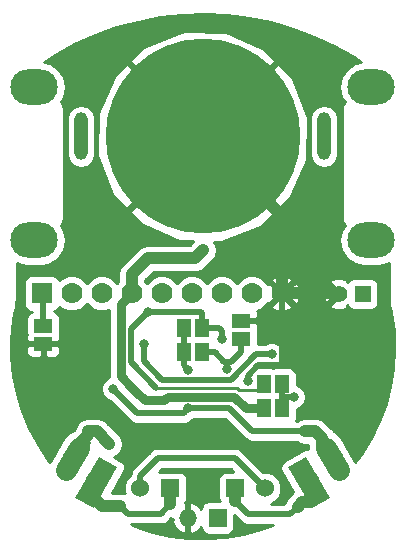
<source format=gbr>
G04 #@! TF.GenerationSoftware,KiCad,Pcbnew,5.0.0-rc2-dev-unknown-6866c0c~65~ubuntu18.04.1*
G04 #@! TF.CreationDate,2018-05-11T09:14:04+03:00*
G04 #@! TF.ProjectId,MiniBot_RevA,4D696E69426F745F526576412E6B6963,rev?*
G04 #@! TF.SameCoordinates,Original*
G04 #@! TF.FileFunction,Copper,L2,Bot,Signal*
G04 #@! TF.FilePolarity,Positive*
%FSLAX46Y46*%
G04 Gerber Fmt 4.6, Leading zero omitted, Abs format (unit mm)*
G04 Created by KiCad (PCBNEW 5.0.0-rc2-dev-unknown-6866c0c~65~ubuntu18.04.1) date Fri May 11 09:14:04 2018*
%MOMM*%
%LPD*%
G01*
G04 APERTURE LIST*
%ADD10R,1.168400X1.600200*%
%ADD11O,1.524000X1.524000*%
%ADD12R,1.524000X1.524000*%
%ADD13C,1.524000*%
%ADD14O,1.110000X4.060000*%
%ADD15C,16.500000*%
%ADD16C,1.778000*%
%ADD17R,1.778000X1.778000*%
%ADD18C,1.800000*%
%ADD19C,1.800000*%
%ADD20O,4.000000X3.000000*%
%ADD21C,0.100000*%
%ADD22R,1.400000X1.400000*%
%ADD23C,1.400000*%
%ADD24R,1.600200X1.168400*%
%ADD25C,0.800000*%
%ADD26C,1.016000*%
%ADD27C,0.762000*%
%ADD28C,0.508000*%
%ADD29C,0.254000*%
G04 APERTURE END LIST*
D10*
X98408600Y-57453600D03*
X99932600Y-57453600D03*
X99932600Y-57453600D03*
D11*
X98730000Y-71500000D03*
D12*
X101270000Y-71500000D03*
X102730000Y-69000000D03*
D13*
X105270000Y-69000000D03*
D12*
X97270000Y-69000000D03*
D13*
X94730000Y-69000000D03*
D14*
X89713000Y-39200000D03*
D15*
X100000000Y-39200000D03*
D14*
X110287000Y-39200000D03*
D16*
X106700000Y-52500000D03*
X101620000Y-52500000D03*
X104160000Y-52500000D03*
X99080000Y-52500000D03*
X96540000Y-52500000D03*
D17*
X86380000Y-52500000D03*
D16*
X88920000Y-52500000D03*
X91460000Y-52500000D03*
X94000000Y-52500000D03*
D18*
X89000000Y-66500000D03*
D19*
X89550000Y-65547372D02*
X88450000Y-67452628D01*
D20*
X85750000Y-35000000D03*
X114250000Y-35000000D03*
X114250000Y-48000000D03*
D18*
X109000000Y-68500000D03*
D21*
G36*
X107220577Y-67217949D02*
X108779423Y-66317949D01*
X110779423Y-69782051D01*
X109220577Y-70682051D01*
X107220577Y-67217949D01*
X107220577Y-67217949D01*
G37*
D18*
X91000000Y-68500000D03*
D21*
G36*
X91220577Y-66317949D02*
X92779423Y-67217949D01*
X90779423Y-70682051D01*
X89220577Y-69782051D01*
X91220577Y-66317949D01*
X91220577Y-66317949D01*
G37*
D18*
X111000000Y-66500000D03*
D19*
X110450000Y-65547372D02*
X111550000Y-67452628D01*
D22*
X113528700Y-52535680D03*
D23*
X111499240Y-52538220D03*
D10*
X99932600Y-55421600D03*
X99932600Y-55421600D03*
X98408600Y-55421600D03*
D24*
X86500000Y-55238000D03*
X86500000Y-56762000D03*
X86500000Y-56762000D03*
D20*
X85750000Y-48000000D03*
D24*
X103260000Y-56336000D03*
X103260000Y-56336000D03*
X103260000Y-54812000D03*
D10*
X105190400Y-60196800D03*
X106714400Y-60196800D03*
X106714400Y-60196800D03*
X106739800Y-62228800D03*
X106739800Y-62228800D03*
X105215800Y-62228800D03*
D25*
X94370000Y-60806400D03*
X100059600Y-48843000D03*
X96757600Y-61517600D03*
X103006000Y-35571500D03*
X100000000Y-39200000D03*
X99005500Y-35635000D03*
X88451800Y-61924000D03*
X103793400Y-59917400D03*
X98751351Y-64845278D03*
X95020800Y-56791930D03*
X105825400Y-57656800D03*
X101627000Y-56365000D03*
X95335200Y-54075400D03*
X102015402Y-58926800D03*
X98789600Y-58952201D03*
X92414200Y-60577800D03*
X92084000Y-65226000D03*
X98789600Y-62219210D03*
X107730400Y-61263600D03*
D26*
X94000000Y-50889400D02*
X94000000Y-52500000D01*
X95360600Y-49528800D02*
X94000000Y-50889400D01*
X100059600Y-48843000D02*
X99373800Y-49528800D01*
X99373800Y-49528800D02*
X95360600Y-49528800D01*
D27*
X93970001Y-60406401D02*
X94370000Y-60806400D01*
X93074600Y-59511000D02*
X93970001Y-60406401D01*
X94000000Y-52500000D02*
X93074600Y-53425400D01*
X93074600Y-53425400D02*
X93074600Y-59511000D01*
X95081200Y-61517600D02*
X94370000Y-60806400D01*
X96757600Y-61517600D02*
X95081200Y-61517600D01*
X102639287Y-61238200D02*
X97037000Y-61238200D01*
X105215800Y-62228800D02*
X103629887Y-62228800D01*
X97037000Y-61238200D02*
X96757600Y-61517600D01*
X103629887Y-62228800D02*
X102639287Y-61238200D01*
D26*
X111461020Y-52500000D02*
X111499240Y-52538220D01*
X106700000Y-52500000D02*
X111461020Y-52500000D01*
X106700000Y-45900000D02*
X100000000Y-39200000D01*
X106700000Y-52500000D02*
X106700000Y-45900000D01*
D28*
X103260000Y-54812000D02*
X106700000Y-54812000D01*
X106700000Y-52500000D02*
X106700000Y-54812000D01*
X88344400Y-56762000D02*
X88426400Y-56844000D01*
X86500000Y-56762000D02*
X88344400Y-56762000D01*
X88426400Y-56844000D02*
X88426400Y-58472500D01*
X90636400Y-48563600D02*
X100000000Y-39200000D01*
X84864600Y-56762000D02*
X84413200Y-56310600D01*
X86500000Y-56762000D02*
X84864600Y-56762000D01*
X84413200Y-56310600D02*
X84413200Y-51078200D01*
X84413200Y-51078200D02*
X85022800Y-50468600D01*
X85022800Y-50468600D02*
X88731400Y-50468600D01*
X88731400Y-50468600D02*
X90636400Y-48563600D01*
X103793400Y-59511000D02*
X103793400Y-59917400D01*
X104707800Y-58596600D02*
X103793400Y-59511000D01*
X106700000Y-54812000D02*
X106700000Y-58357000D01*
X106460400Y-58596600D02*
X104707800Y-58596600D01*
X106700000Y-58357000D02*
X106460400Y-58596600D01*
X86500000Y-52620000D02*
X86380000Y-52500000D01*
X86500000Y-55238000D02*
X86500000Y-52620000D01*
X93531800Y-71031800D02*
X93009200Y-70509200D01*
X93531800Y-71042600D02*
X93531800Y-71031800D01*
X93633400Y-71144200D02*
X93531800Y-71042600D01*
X96478200Y-71144200D02*
X93633400Y-71144200D01*
X97270000Y-70352400D02*
X96478200Y-71144200D01*
D26*
X97270000Y-69000000D02*
X97270000Y-70352400D01*
X91000000Y-68824600D02*
X91000000Y-68500000D01*
X90864800Y-69874200D02*
X90864800Y-68959800D01*
X93009200Y-70509200D02*
X91499800Y-70509200D01*
X90864800Y-68959800D02*
X91000000Y-68824600D01*
X91499800Y-70509200D02*
X90864800Y-69874200D01*
D28*
X105259715Y-57656800D02*
X105825400Y-57656800D01*
X104549322Y-57656800D02*
X105259715Y-57656800D01*
X96570201Y-59806201D02*
X102399921Y-59806201D01*
X102399921Y-59806201D02*
X104549322Y-57656800D01*
X95020800Y-56791930D02*
X95020800Y-58256800D01*
X95020800Y-58256800D02*
X96570201Y-59806201D01*
X103844200Y-71195000D02*
X102730000Y-70080800D01*
X108035200Y-70560000D02*
X107400200Y-71195000D01*
X107400200Y-71195000D02*
X103844200Y-71195000D01*
D26*
X102730000Y-69000000D02*
X102730000Y-70080800D01*
X108416200Y-70179000D02*
X108035200Y-70560000D01*
X109051200Y-70179000D02*
X108416200Y-70179000D01*
X109000000Y-68500000D02*
X109051200Y-68551200D01*
X109051200Y-68551200D02*
X109051200Y-70179000D01*
D28*
X101604000Y-56388000D02*
X101627000Y-56365000D01*
X101627000Y-55693600D02*
X101627000Y-56365000D01*
X101355000Y-55421600D02*
X99932600Y-55421600D01*
X101627000Y-55693600D02*
X101355000Y-55421600D01*
X99894500Y-54075400D02*
X99932600Y-54113500D01*
X99932600Y-54113500D02*
X99932600Y-55421600D01*
X95335200Y-54075400D02*
X99894500Y-54075400D01*
X93909610Y-55500990D02*
X93909610Y-58314010D01*
X95335200Y-54075400D02*
X93909610Y-55500990D01*
X93909610Y-58314010D02*
X96071800Y-60476200D01*
D29*
X104742799Y-60644401D02*
X105190400Y-60196800D01*
X103046765Y-60644401D02*
X104742799Y-60644401D01*
X102878564Y-60476200D02*
X103046765Y-60644401D01*
X96071800Y-60476200D02*
X102878564Y-60476200D01*
D28*
X103260000Y-57428200D02*
X103260000Y-56336000D01*
X102415401Y-58272799D02*
X103260000Y-57428200D01*
X101843999Y-58272799D02*
X102415401Y-58272799D01*
X101024800Y-57453600D02*
X101843999Y-58272799D01*
X99932600Y-57453600D02*
X101024800Y-57453600D01*
X102040800Y-58901402D02*
X102040800Y-58266400D01*
X102015402Y-58926800D02*
X102040800Y-58901402D01*
X90299400Y-65200600D02*
X89000000Y-66500000D01*
X98408600Y-55421600D02*
X98408600Y-57453600D01*
X98408600Y-57453600D02*
X98408600Y-58571201D01*
X98408600Y-58571201D02*
X98789600Y-58952201D01*
D26*
X91042600Y-64184600D02*
X92084000Y-65226000D01*
X90306000Y-64184600D02*
X91042600Y-64184600D01*
X90306000Y-64464000D02*
X90306000Y-64184600D01*
X89000000Y-66500000D02*
X89000000Y-65770000D01*
X89000000Y-65770000D02*
X90306000Y-64464000D01*
X109544800Y-64170200D02*
X108670200Y-64170200D01*
X111000000Y-66500000D02*
X110118000Y-65618000D01*
X110118000Y-64743400D02*
X109544800Y-64170200D01*
X110118000Y-65618000D02*
X110118000Y-64743400D01*
D28*
X108670200Y-64170200D02*
X104210800Y-64170200D01*
X99355285Y-62219210D02*
X98789600Y-62219210D01*
X94455609Y-62619209D02*
X98389601Y-62619209D01*
X98389601Y-62619209D02*
X98789600Y-62219210D01*
X92414200Y-60577800D02*
X94455609Y-62619209D01*
X104210800Y-64170200D02*
X102259810Y-62219210D01*
X102259810Y-62219210D02*
X99355285Y-62219210D01*
X106714400Y-62203400D02*
X106739800Y-62228800D01*
X94730000Y-67922370D02*
X96198800Y-66453570D01*
X94730000Y-69000000D02*
X94730000Y-67922370D01*
X102723570Y-66453570D02*
X105270000Y-69000000D01*
X96198800Y-66453570D02*
X102723570Y-66453570D01*
X107730400Y-61263600D02*
X106714400Y-61263600D01*
X106714400Y-60196800D02*
X106714400Y-61263600D01*
X106714400Y-61263600D02*
X106714400Y-62203400D01*
D29*
G36*
X102603325Y-67590560D02*
X101968000Y-67590560D01*
X101720235Y-67639843D01*
X101510191Y-67780191D01*
X101369843Y-67990235D01*
X101320560Y-68238000D01*
X101320560Y-69762000D01*
X101369843Y-70009765D01*
X101423829Y-70090560D01*
X100508000Y-70090560D01*
X100260235Y-70139843D01*
X100050191Y-70280191D01*
X99909843Y-70490235D01*
X99865484Y-70713244D01*
X99565199Y-70380142D01*
X99073072Y-70145769D01*
X98857000Y-70267524D01*
X98857000Y-71373000D01*
X98877000Y-71373000D01*
X98877000Y-71627000D01*
X98857000Y-71627000D01*
X98857000Y-72732476D01*
X99073072Y-72854231D01*
X99565199Y-72619858D01*
X99865484Y-72286756D01*
X99909843Y-72509765D01*
X100050191Y-72719809D01*
X100260235Y-72860157D01*
X100508000Y-72909440D01*
X102032000Y-72909440D01*
X102279765Y-72860157D01*
X102489809Y-72719809D01*
X102630157Y-72509765D01*
X102679440Y-72262000D01*
X102679440Y-71287476D01*
X103153671Y-71761706D01*
X103203267Y-71835933D01*
X103497330Y-72032419D01*
X103756644Y-72084000D01*
X103756645Y-72084000D01*
X103844200Y-72101416D01*
X103931755Y-72084000D01*
X105951801Y-72084000D01*
X104930591Y-72464475D01*
X103425692Y-72865854D01*
X101889243Y-73121150D01*
X100335400Y-73228008D01*
X98778480Y-73185444D01*
X97232792Y-72993851D01*
X95712591Y-72654994D01*
X94231858Y-72171989D01*
X93913667Y-72033200D01*
X96390645Y-72033200D01*
X96478200Y-72050616D01*
X96565755Y-72033200D01*
X96565756Y-72033200D01*
X96825070Y-71981619D01*
X97119133Y-71785133D01*
X97168731Y-71710904D01*
X97333000Y-71546635D01*
X97333000Y-71627002D01*
X97498279Y-71627002D01*
X97375780Y-71843070D01*
X97529826Y-72214997D01*
X97894801Y-72619858D01*
X98386928Y-72854231D01*
X98603000Y-72732476D01*
X98603000Y-71627000D01*
X98583000Y-71627000D01*
X98583000Y-71373000D01*
X98603000Y-71373000D01*
X98603000Y-70267524D01*
X98497608Y-70208137D01*
X98630157Y-70009765D01*
X98679440Y-69762000D01*
X98679440Y-68238000D01*
X98630157Y-67990235D01*
X98489809Y-67780191D01*
X98279765Y-67639843D01*
X98032000Y-67590560D01*
X96508000Y-67590560D01*
X96272128Y-67637477D01*
X96567036Y-67342570D01*
X102355335Y-67342570D01*
X102603325Y-67590560D01*
X102603325Y-67590560D01*
G37*
X102603325Y-67590560D02*
X101968000Y-67590560D01*
X101720235Y-67639843D01*
X101510191Y-67780191D01*
X101369843Y-67990235D01*
X101320560Y-68238000D01*
X101320560Y-69762000D01*
X101369843Y-70009765D01*
X101423829Y-70090560D01*
X100508000Y-70090560D01*
X100260235Y-70139843D01*
X100050191Y-70280191D01*
X99909843Y-70490235D01*
X99865484Y-70713244D01*
X99565199Y-70380142D01*
X99073072Y-70145769D01*
X98857000Y-70267524D01*
X98857000Y-71373000D01*
X98877000Y-71373000D01*
X98877000Y-71627000D01*
X98857000Y-71627000D01*
X98857000Y-72732476D01*
X99073072Y-72854231D01*
X99565199Y-72619858D01*
X99865484Y-72286756D01*
X99909843Y-72509765D01*
X100050191Y-72719809D01*
X100260235Y-72860157D01*
X100508000Y-72909440D01*
X102032000Y-72909440D01*
X102279765Y-72860157D01*
X102489809Y-72719809D01*
X102630157Y-72509765D01*
X102679440Y-72262000D01*
X102679440Y-71287476D01*
X103153671Y-71761706D01*
X103203267Y-71835933D01*
X103497330Y-72032419D01*
X103756644Y-72084000D01*
X103756645Y-72084000D01*
X103844200Y-72101416D01*
X103931755Y-72084000D01*
X105951801Y-72084000D01*
X104930591Y-72464475D01*
X103425692Y-72865854D01*
X101889243Y-73121150D01*
X100335400Y-73228008D01*
X98778480Y-73185444D01*
X97232792Y-72993851D01*
X95712591Y-72654994D01*
X94231858Y-72171989D01*
X93913667Y-72033200D01*
X96390645Y-72033200D01*
X96478200Y-72050616D01*
X96565755Y-72033200D01*
X96565756Y-72033200D01*
X96825070Y-71981619D01*
X97119133Y-71785133D01*
X97168731Y-71710904D01*
X97333000Y-71546635D01*
X97333000Y-71627002D01*
X97498279Y-71627002D01*
X97375780Y-71843070D01*
X97529826Y-72214997D01*
X97894801Y-72619858D01*
X98386928Y-72854231D01*
X98603000Y-72732476D01*
X98603000Y-71627000D01*
X98583000Y-71627000D01*
X98583000Y-71373000D01*
X98603000Y-71373000D01*
X98603000Y-70267524D01*
X98497608Y-70208137D01*
X98630157Y-70009765D01*
X98679440Y-69762000D01*
X98679440Y-68238000D01*
X98630157Y-67990235D01*
X98489809Y-67780191D01*
X98279765Y-67639843D01*
X98032000Y-67590560D01*
X96508000Y-67590560D01*
X96272128Y-67637477D01*
X96567036Y-67342570D01*
X102355335Y-67342570D01*
X102603325Y-67590560D01*
G36*
X102060364Y-28925088D02*
X103950748Y-29161264D01*
X105816775Y-29545031D01*
X107646961Y-30074027D01*
X109429976Y-30744978D01*
X111154870Y-31553762D01*
X112810979Y-32495382D01*
X113398051Y-32893180D01*
X112916964Y-32988874D01*
X112210751Y-33460751D01*
X111738874Y-34166964D01*
X111573173Y-35000000D01*
X111738874Y-35833036D01*
X112022424Y-36257398D01*
X111926932Y-36400311D01*
X111926931Y-36400314D01*
X111926930Y-36400315D01*
X111905087Y-36453048D01*
X111817184Y-36665263D01*
X111817184Y-36665265D01*
X111817183Y-36665267D01*
X111779559Y-36854419D01*
X111765000Y-36927613D01*
X111765001Y-46072388D01*
X111779123Y-46143384D01*
X111779123Y-46143390D01*
X111817183Y-46334733D01*
X111817184Y-46334735D01*
X111817184Y-46334737D01*
X111870384Y-46463171D01*
X111923797Y-46592120D01*
X111926932Y-46599689D01*
X112022424Y-46742602D01*
X111738874Y-47166964D01*
X111573173Y-48000000D01*
X111738874Y-48833036D01*
X112210751Y-49539249D01*
X112916964Y-50011126D01*
X113539721Y-50135000D01*
X114960279Y-50135000D01*
X115583036Y-50011126D01*
X115761215Y-49892070D01*
X115755068Y-52965521D01*
X115754744Y-52967407D01*
X115755033Y-52983037D01*
X115754857Y-53070917D01*
X115759134Y-53092647D01*
X115789428Y-53464422D01*
X115795589Y-53493762D01*
X115796696Y-53523719D01*
X115817328Y-53613686D01*
X115979896Y-54161918D01*
X116177264Y-55674530D01*
X116229827Y-57231146D01*
X116132953Y-58785648D01*
X115887534Y-60323700D01*
X115495828Y-61831153D01*
X114961442Y-63294122D01*
X114289297Y-64699138D01*
X113485581Y-66033261D01*
X112933059Y-66778157D01*
X111703758Y-64648945D01*
X111402755Y-64305718D01*
X111100691Y-64156756D01*
X110942057Y-63919343D01*
X110846618Y-63855573D01*
X110432627Y-63441582D01*
X110368857Y-63346143D01*
X109990776Y-63093518D01*
X109657372Y-63027200D01*
X109657371Y-63027200D01*
X109544800Y-63004808D01*
X109432229Y-63027200D01*
X108557628Y-63027200D01*
X108224224Y-63093518D01*
X107943337Y-63281200D01*
X107919127Y-63281200D01*
X107922157Y-63276665D01*
X107971440Y-63028900D01*
X107971440Y-62284034D01*
X108316680Y-62141031D01*
X108607831Y-61849880D01*
X108765400Y-61469474D01*
X108765400Y-61057726D01*
X108607831Y-60677320D01*
X108316680Y-60386169D01*
X107946040Y-60232645D01*
X107946040Y-59396700D01*
X107896757Y-59148935D01*
X107756409Y-58938891D01*
X107546365Y-58798543D01*
X107298600Y-58749260D01*
X106130200Y-58749260D01*
X105952400Y-58784626D01*
X105774600Y-58749260D01*
X104714098Y-58749260D01*
X104917558Y-58545800D01*
X105267050Y-58545800D01*
X105619526Y-58691800D01*
X106031274Y-58691800D01*
X106411680Y-58534231D01*
X106702831Y-58243080D01*
X106860400Y-57862674D01*
X106860400Y-57450926D01*
X106702831Y-57070520D01*
X106411680Y-56779369D01*
X106031274Y-56621800D01*
X105619526Y-56621800D01*
X105267050Y-56767800D01*
X104707540Y-56767800D01*
X104707540Y-55751800D01*
X104672692Y-55576606D01*
X104695100Y-55522509D01*
X104695100Y-55097750D01*
X104536350Y-54939000D01*
X103387000Y-54939000D01*
X103387000Y-54959000D01*
X103133000Y-54959000D01*
X103133000Y-54939000D01*
X103113000Y-54939000D01*
X103113000Y-54685000D01*
X103133000Y-54685000D01*
X103133000Y-54665000D01*
X103387000Y-54665000D01*
X103387000Y-54685000D01*
X104536350Y-54685000D01*
X104695100Y-54526250D01*
X104695100Y-54101491D01*
X104633733Y-53953339D01*
X105023277Y-53791985D01*
X105243066Y-53572196D01*
X105807409Y-53572196D01*
X105892467Y-53827539D01*
X106461965Y-54035516D01*
X107067700Y-54009723D01*
X107507533Y-53827539D01*
X107592591Y-53572196D01*
X106700000Y-52679605D01*
X105807409Y-53572196D01*
X105243066Y-53572196D01*
X105451985Y-53363277D01*
X105462633Y-53337570D01*
X105627804Y-53392591D01*
X106520395Y-52500000D01*
X106879605Y-52500000D01*
X107772196Y-53392591D01*
X108027539Y-53307533D01*
X108235516Y-52738035D01*
X108218795Y-52345342D01*
X110151821Y-52345342D01*
X110180576Y-52875660D01*
X110328198Y-53232051D01*
X110563965Y-53293889D01*
X111319635Y-52538220D01*
X110563965Y-51782551D01*
X110328198Y-51844389D01*
X110151821Y-52345342D01*
X108218795Y-52345342D01*
X108209723Y-52132300D01*
X108027539Y-51692467D01*
X107772196Y-51607409D01*
X106879605Y-52500000D01*
X106520395Y-52500000D01*
X105627804Y-51607409D01*
X105462633Y-51662430D01*
X105451985Y-51636723D01*
X105243066Y-51427804D01*
X105807409Y-51427804D01*
X106700000Y-52320395D01*
X107417450Y-51602945D01*
X110743571Y-51602945D01*
X111499240Y-52358615D01*
X111513382Y-52344472D01*
X111692988Y-52524078D01*
X111678845Y-52538220D01*
X111692988Y-52552362D01*
X111513382Y-52731968D01*
X111499240Y-52717825D01*
X110743571Y-53473495D01*
X110805409Y-53709262D01*
X111306362Y-53885639D01*
X111836680Y-53856884D01*
X112193071Y-53709262D01*
X112246167Y-53506827D01*
X112370891Y-53693489D01*
X112580935Y-53833837D01*
X112828700Y-53883120D01*
X114228700Y-53883120D01*
X114476465Y-53833837D01*
X114686509Y-53693489D01*
X114826857Y-53483445D01*
X114876140Y-53235680D01*
X114876140Y-51835680D01*
X114826857Y-51587915D01*
X114686509Y-51377871D01*
X114476465Y-51237523D01*
X114228700Y-51188240D01*
X112828700Y-51188240D01*
X112580935Y-51237523D01*
X112370891Y-51377871D01*
X112245210Y-51565965D01*
X112193071Y-51367178D01*
X111692118Y-51190801D01*
X111161800Y-51219556D01*
X110805409Y-51367178D01*
X110743571Y-51602945D01*
X107417450Y-51602945D01*
X107592591Y-51427804D01*
X107507533Y-51172461D01*
X106938035Y-50964484D01*
X106332300Y-50990277D01*
X105892467Y-51172461D01*
X105807409Y-51427804D01*
X105243066Y-51427804D01*
X105023277Y-51208015D01*
X104463142Y-50976000D01*
X103856858Y-50976000D01*
X103296723Y-51208015D01*
X102890000Y-51614738D01*
X102483277Y-51208015D01*
X101923142Y-50976000D01*
X101316858Y-50976000D01*
X100756723Y-51208015D01*
X100350000Y-51614738D01*
X99943277Y-51208015D01*
X99383142Y-50976000D01*
X98776858Y-50976000D01*
X98216723Y-51208015D01*
X97810000Y-51614738D01*
X97403277Y-51208015D01*
X96843142Y-50976000D01*
X96236858Y-50976000D01*
X95676723Y-51208015D01*
X95270000Y-51614738D01*
X95143000Y-51487738D01*
X95143000Y-51362845D01*
X95834046Y-50671800D01*
X99261229Y-50671800D01*
X99373800Y-50694192D01*
X99486371Y-50671800D01*
X99486372Y-50671800D01*
X99819776Y-50605482D01*
X100197857Y-50352857D01*
X100261627Y-50257418D01*
X100947423Y-49571622D01*
X101136282Y-49288977D01*
X101224992Y-48843000D01*
X101136282Y-48397024D01*
X100945645Y-48111716D01*
X101542446Y-48126789D01*
X104841168Y-46857009D01*
X105221518Y-46602868D01*
X106203031Y-45582636D01*
X100000000Y-39379605D01*
X93796969Y-45582636D01*
X94778482Y-46602868D01*
X98008900Y-48037546D01*
X99218070Y-48068085D01*
X98900355Y-48385800D01*
X95473171Y-48385800D01*
X95360600Y-48363408D01*
X95248029Y-48385800D01*
X95248028Y-48385800D01*
X94914624Y-48452118D01*
X94536543Y-48704743D01*
X94472776Y-48800178D01*
X93271382Y-50001573D01*
X93175943Y-50065343D01*
X92923318Y-50443425D01*
X92858561Y-50768982D01*
X92834608Y-50889400D01*
X92857000Y-51001971D01*
X92857000Y-51487738D01*
X92730000Y-51614738D01*
X92323277Y-51208015D01*
X91763142Y-50976000D01*
X91156858Y-50976000D01*
X90596723Y-51208015D01*
X90190000Y-51614738D01*
X89783277Y-51208015D01*
X89223142Y-50976000D01*
X88616858Y-50976000D01*
X88056723Y-51208015D01*
X87872855Y-51391883D01*
X87867157Y-51363235D01*
X87726809Y-51153191D01*
X87516765Y-51012843D01*
X87269000Y-50963560D01*
X85491000Y-50963560D01*
X85243235Y-51012843D01*
X85033191Y-51153191D01*
X84892843Y-51363235D01*
X84843560Y-51611000D01*
X84843560Y-53389000D01*
X84892843Y-53636765D01*
X85033191Y-53846809D01*
X85243235Y-53987157D01*
X85491000Y-54036440D01*
X85548676Y-54036440D01*
X85452135Y-54055643D01*
X85242091Y-54195991D01*
X85101743Y-54406035D01*
X85052460Y-54653800D01*
X85052460Y-55822200D01*
X85087308Y-55997394D01*
X85064900Y-56051491D01*
X85064900Y-56476250D01*
X85223650Y-56635000D01*
X86373000Y-56635000D01*
X86373000Y-56615000D01*
X86627000Y-56615000D01*
X86627000Y-56635000D01*
X87776350Y-56635000D01*
X87935100Y-56476250D01*
X87935100Y-56051491D01*
X87912692Y-55997394D01*
X87947540Y-55822200D01*
X87947540Y-54653800D01*
X87898257Y-54406035D01*
X87757909Y-54195991D01*
X87547865Y-54055643D01*
X87389000Y-54024043D01*
X87389000Y-54012571D01*
X87516765Y-53987157D01*
X87726809Y-53846809D01*
X87867157Y-53636765D01*
X87872855Y-53608117D01*
X88056723Y-53791985D01*
X88616858Y-54024000D01*
X89223142Y-54024000D01*
X89783277Y-53791985D01*
X90190000Y-53385262D01*
X90596723Y-53791985D01*
X91156858Y-54024000D01*
X91763142Y-54024000D01*
X92058600Y-53901618D01*
X92058601Y-59410932D01*
X92038696Y-59511000D01*
X92057452Y-59605294D01*
X91827920Y-59700369D01*
X91536769Y-59991520D01*
X91379200Y-60371926D01*
X91379200Y-60783674D01*
X91536769Y-61164080D01*
X91827920Y-61455231D01*
X92180396Y-61601231D01*
X93765080Y-63185916D01*
X93814676Y-63260142D01*
X94108739Y-63456628D01*
X94368053Y-63508209D01*
X94368057Y-63508209D01*
X94455608Y-63525624D01*
X94543159Y-63508209D01*
X98302046Y-63508209D01*
X98389601Y-63525625D01*
X98477156Y-63508209D01*
X98477157Y-63508209D01*
X98736471Y-63456628D01*
X99030534Y-63260142D01*
X99049431Y-63231860D01*
X99347950Y-63108210D01*
X101891575Y-63108210D01*
X103520271Y-64736907D01*
X103569867Y-64811133D01*
X103644093Y-64860729D01*
X103863929Y-65007619D01*
X104210800Y-65076616D01*
X104298356Y-65059200D01*
X107943337Y-65059200D01*
X108224224Y-65246882D01*
X108557628Y-65313200D01*
X108927056Y-65313200D01*
X108902382Y-65689646D01*
X108694915Y-65676048D01*
X108455703Y-65757249D01*
X106896857Y-66657249D01*
X106706928Y-66823812D01*
X106595198Y-67050379D01*
X106578676Y-67302457D01*
X106659877Y-67541669D01*
X107674861Y-69299673D01*
X107592143Y-69354943D01*
X107528373Y-69450382D01*
X107147377Y-69831378D01*
X106958519Y-70114024D01*
X106920332Y-70306000D01*
X105767575Y-70306000D01*
X106061337Y-70184320D01*
X106454320Y-69791337D01*
X106667000Y-69277881D01*
X106667000Y-68722119D01*
X106454320Y-68208663D01*
X106061337Y-67815680D01*
X105547881Y-67603000D01*
X105130236Y-67603000D01*
X103414101Y-65886866D01*
X103364503Y-65812637D01*
X103070440Y-65616151D01*
X102811126Y-65564570D01*
X102811125Y-65564570D01*
X102723570Y-65547154D01*
X102636015Y-65564570D01*
X96286355Y-65564570D01*
X96198800Y-65547154D01*
X96111245Y-65564570D01*
X96111244Y-65564570D01*
X95851930Y-65616151D01*
X95557867Y-65812637D01*
X95508271Y-65886863D01*
X94163294Y-67231841D01*
X94089068Y-67281437D01*
X94039472Y-67355663D01*
X94039471Y-67355664D01*
X93892582Y-67575500D01*
X93823584Y-67922370D01*
X93824976Y-67929367D01*
X93545680Y-68208663D01*
X93333000Y-68722119D01*
X93333000Y-69277881D01*
X93391834Y-69419918D01*
X93121772Y-69366200D01*
X92286730Y-69366200D01*
X93340123Y-67541669D01*
X93421324Y-67302457D01*
X93404802Y-67050379D01*
X93293072Y-66823812D01*
X93103143Y-66657249D01*
X92499510Y-66308741D01*
X92529976Y-66302681D01*
X92908056Y-66050056D01*
X93160681Y-65671976D01*
X93249392Y-65225999D01*
X93160681Y-64780023D01*
X92971823Y-64497377D01*
X91930427Y-63455982D01*
X91866657Y-63360543D01*
X91488576Y-63107918D01*
X91155172Y-63041600D01*
X91155171Y-63041600D01*
X91042600Y-63019208D01*
X90930029Y-63041600D01*
X90418572Y-63041600D01*
X90306000Y-63019208D01*
X90193428Y-63041600D01*
X89860024Y-63107918D01*
X89481943Y-63360543D01*
X89229318Y-63738624D01*
X89183230Y-63970324D01*
X89091652Y-64061902D01*
X88597244Y-64305718D01*
X88296242Y-64648945D01*
X87062814Y-66785305D01*
X86899176Y-66582752D01*
X86041023Y-65282975D01*
X85311399Y-63906930D01*
X84717020Y-62467288D01*
X84263365Y-60977314D01*
X83954605Y-59450717D01*
X83793584Y-57901545D01*
X83787116Y-57047750D01*
X85064900Y-57047750D01*
X85064900Y-57472509D01*
X85161573Y-57705898D01*
X85340201Y-57884527D01*
X85573590Y-57981200D01*
X86214250Y-57981200D01*
X86373000Y-57822450D01*
X86373000Y-56889000D01*
X86627000Y-56889000D01*
X86627000Y-57822450D01*
X86785750Y-57981200D01*
X87426410Y-57981200D01*
X87659799Y-57884527D01*
X87838427Y-57705898D01*
X87935100Y-57472509D01*
X87935100Y-57047750D01*
X87776350Y-56889000D01*
X86627000Y-56889000D01*
X86373000Y-56889000D01*
X85223650Y-56889000D01*
X85064900Y-57047750D01*
X83787116Y-57047750D01*
X83781785Y-56344082D01*
X83920206Y-54782633D01*
X84015943Y-54178174D01*
X84123973Y-53863540D01*
X84129937Y-53834868D01*
X84140717Y-53807640D01*
X84158013Y-53716973D01*
X84233368Y-53120479D01*
X84242456Y-53074435D01*
X84237779Y-49891398D01*
X84416964Y-50011126D01*
X85039721Y-50135000D01*
X86460279Y-50135000D01*
X87083036Y-50011126D01*
X87789249Y-49539249D01*
X88261126Y-48833036D01*
X88426827Y-48000000D01*
X88261126Y-47166964D01*
X87977576Y-46742602D01*
X88073068Y-46599689D01*
X88076204Y-46592120D01*
X88129616Y-46463171D01*
X88182816Y-46334737D01*
X88182816Y-46334734D01*
X88182817Y-46334732D01*
X88220877Y-46143390D01*
X88220877Y-46143389D01*
X88235000Y-46072388D01*
X88235000Y-37607799D01*
X88523000Y-37607799D01*
X88523001Y-40792202D01*
X88592046Y-41139315D01*
X88855059Y-41532942D01*
X89248686Y-41795955D01*
X89713000Y-41888313D01*
X90177315Y-41795955D01*
X90570942Y-41532942D01*
X90833955Y-41139315D01*
X90903000Y-40792202D01*
X90903000Y-40742446D01*
X91073211Y-40742446D01*
X92342991Y-44041168D01*
X92597132Y-44421518D01*
X93617364Y-45403031D01*
X99820395Y-39200000D01*
X100179605Y-39200000D01*
X106382636Y-45403031D01*
X107402868Y-44421518D01*
X108837546Y-41191100D01*
X108926789Y-37657554D01*
X108907637Y-37607799D01*
X109097000Y-37607799D01*
X109097001Y-40792202D01*
X109166046Y-41139315D01*
X109429059Y-41532942D01*
X109822686Y-41795955D01*
X110287000Y-41888313D01*
X110751315Y-41795955D01*
X111144942Y-41532942D01*
X111407955Y-41139315D01*
X111477000Y-40792202D01*
X111477000Y-37607798D01*
X111407955Y-37260685D01*
X111144942Y-36867058D01*
X110751314Y-36604045D01*
X110287000Y-36511687D01*
X109822685Y-36604045D01*
X109429058Y-36867058D01*
X109166045Y-37260686D01*
X109097000Y-37607799D01*
X108907637Y-37607799D01*
X107657009Y-34358832D01*
X107402868Y-33978482D01*
X106382636Y-32996969D01*
X100179605Y-39200000D01*
X99820395Y-39200000D01*
X93617364Y-32996969D01*
X92597132Y-33978482D01*
X91162454Y-37208900D01*
X91073211Y-40742446D01*
X90903000Y-40742446D01*
X90903000Y-37607798D01*
X90833955Y-37260685D01*
X90570942Y-36867058D01*
X90177314Y-36604045D01*
X89713000Y-36511687D01*
X89248685Y-36604045D01*
X88855058Y-36867058D01*
X88592045Y-37260686D01*
X88523000Y-37607799D01*
X88235000Y-37607799D01*
X88235000Y-36927612D01*
X88215998Y-36832081D01*
X88182817Y-36665268D01*
X88182816Y-36665265D01*
X88182816Y-36665263D01*
X88073068Y-36400311D01*
X87977576Y-36257398D01*
X88261126Y-35833036D01*
X88426827Y-35000000D01*
X88261126Y-34166964D01*
X87789249Y-33460751D01*
X87083036Y-32988874D01*
X86603509Y-32893490D01*
X86719054Y-32817364D01*
X93796969Y-32817364D01*
X100000000Y-39020395D01*
X106203031Y-32817364D01*
X105221518Y-31797132D01*
X101991100Y-30362454D01*
X98457554Y-30273211D01*
X95158832Y-31542991D01*
X94778482Y-31797132D01*
X93796969Y-32817364D01*
X86719054Y-32817364D01*
X87457216Y-32331032D01*
X89125387Y-31410965D01*
X90860616Y-30624611D01*
X92652187Y-29976827D01*
X94489068Y-29471604D01*
X96359908Y-29112061D01*
X98253206Y-28900409D01*
X100157268Y-28837957D01*
X102060364Y-28925088D01*
X102060364Y-28925088D01*
G37*
X102060364Y-28925088D02*
X103950748Y-29161264D01*
X105816775Y-29545031D01*
X107646961Y-30074027D01*
X109429976Y-30744978D01*
X111154870Y-31553762D01*
X112810979Y-32495382D01*
X113398051Y-32893180D01*
X112916964Y-32988874D01*
X112210751Y-33460751D01*
X111738874Y-34166964D01*
X111573173Y-35000000D01*
X111738874Y-35833036D01*
X112022424Y-36257398D01*
X111926932Y-36400311D01*
X111926931Y-36400314D01*
X111926930Y-36400315D01*
X111905087Y-36453048D01*
X111817184Y-36665263D01*
X111817184Y-36665265D01*
X111817183Y-36665267D01*
X111779559Y-36854419D01*
X111765000Y-36927613D01*
X111765001Y-46072388D01*
X111779123Y-46143384D01*
X111779123Y-46143390D01*
X111817183Y-46334733D01*
X111817184Y-46334735D01*
X111817184Y-46334737D01*
X111870384Y-46463171D01*
X111923797Y-46592120D01*
X111926932Y-46599689D01*
X112022424Y-46742602D01*
X111738874Y-47166964D01*
X111573173Y-48000000D01*
X111738874Y-48833036D01*
X112210751Y-49539249D01*
X112916964Y-50011126D01*
X113539721Y-50135000D01*
X114960279Y-50135000D01*
X115583036Y-50011126D01*
X115761215Y-49892070D01*
X115755068Y-52965521D01*
X115754744Y-52967407D01*
X115755033Y-52983037D01*
X115754857Y-53070917D01*
X115759134Y-53092647D01*
X115789428Y-53464422D01*
X115795589Y-53493762D01*
X115796696Y-53523719D01*
X115817328Y-53613686D01*
X115979896Y-54161918D01*
X116177264Y-55674530D01*
X116229827Y-57231146D01*
X116132953Y-58785648D01*
X115887534Y-60323700D01*
X115495828Y-61831153D01*
X114961442Y-63294122D01*
X114289297Y-64699138D01*
X113485581Y-66033261D01*
X112933059Y-66778157D01*
X111703758Y-64648945D01*
X111402755Y-64305718D01*
X111100691Y-64156756D01*
X110942057Y-63919343D01*
X110846618Y-63855573D01*
X110432627Y-63441582D01*
X110368857Y-63346143D01*
X109990776Y-63093518D01*
X109657372Y-63027200D01*
X109657371Y-63027200D01*
X109544800Y-63004808D01*
X109432229Y-63027200D01*
X108557628Y-63027200D01*
X108224224Y-63093518D01*
X107943337Y-63281200D01*
X107919127Y-63281200D01*
X107922157Y-63276665D01*
X107971440Y-63028900D01*
X107971440Y-62284034D01*
X108316680Y-62141031D01*
X108607831Y-61849880D01*
X108765400Y-61469474D01*
X108765400Y-61057726D01*
X108607831Y-60677320D01*
X108316680Y-60386169D01*
X107946040Y-60232645D01*
X107946040Y-59396700D01*
X107896757Y-59148935D01*
X107756409Y-58938891D01*
X107546365Y-58798543D01*
X107298600Y-58749260D01*
X106130200Y-58749260D01*
X105952400Y-58784626D01*
X105774600Y-58749260D01*
X104714098Y-58749260D01*
X104917558Y-58545800D01*
X105267050Y-58545800D01*
X105619526Y-58691800D01*
X106031274Y-58691800D01*
X106411680Y-58534231D01*
X106702831Y-58243080D01*
X106860400Y-57862674D01*
X106860400Y-57450926D01*
X106702831Y-57070520D01*
X106411680Y-56779369D01*
X106031274Y-56621800D01*
X105619526Y-56621800D01*
X105267050Y-56767800D01*
X104707540Y-56767800D01*
X104707540Y-55751800D01*
X104672692Y-55576606D01*
X104695100Y-55522509D01*
X104695100Y-55097750D01*
X104536350Y-54939000D01*
X103387000Y-54939000D01*
X103387000Y-54959000D01*
X103133000Y-54959000D01*
X103133000Y-54939000D01*
X103113000Y-54939000D01*
X103113000Y-54685000D01*
X103133000Y-54685000D01*
X103133000Y-54665000D01*
X103387000Y-54665000D01*
X103387000Y-54685000D01*
X104536350Y-54685000D01*
X104695100Y-54526250D01*
X104695100Y-54101491D01*
X104633733Y-53953339D01*
X105023277Y-53791985D01*
X105243066Y-53572196D01*
X105807409Y-53572196D01*
X105892467Y-53827539D01*
X106461965Y-54035516D01*
X107067700Y-54009723D01*
X107507533Y-53827539D01*
X107592591Y-53572196D01*
X106700000Y-52679605D01*
X105807409Y-53572196D01*
X105243066Y-53572196D01*
X105451985Y-53363277D01*
X105462633Y-53337570D01*
X105627804Y-53392591D01*
X106520395Y-52500000D01*
X106879605Y-52500000D01*
X107772196Y-53392591D01*
X108027539Y-53307533D01*
X108235516Y-52738035D01*
X108218795Y-52345342D01*
X110151821Y-52345342D01*
X110180576Y-52875660D01*
X110328198Y-53232051D01*
X110563965Y-53293889D01*
X111319635Y-52538220D01*
X110563965Y-51782551D01*
X110328198Y-51844389D01*
X110151821Y-52345342D01*
X108218795Y-52345342D01*
X108209723Y-52132300D01*
X108027539Y-51692467D01*
X107772196Y-51607409D01*
X106879605Y-52500000D01*
X106520395Y-52500000D01*
X105627804Y-51607409D01*
X105462633Y-51662430D01*
X105451985Y-51636723D01*
X105243066Y-51427804D01*
X105807409Y-51427804D01*
X106700000Y-52320395D01*
X107417450Y-51602945D01*
X110743571Y-51602945D01*
X111499240Y-52358615D01*
X111513382Y-52344472D01*
X111692988Y-52524078D01*
X111678845Y-52538220D01*
X111692988Y-52552362D01*
X111513382Y-52731968D01*
X111499240Y-52717825D01*
X110743571Y-53473495D01*
X110805409Y-53709262D01*
X111306362Y-53885639D01*
X111836680Y-53856884D01*
X112193071Y-53709262D01*
X112246167Y-53506827D01*
X112370891Y-53693489D01*
X112580935Y-53833837D01*
X112828700Y-53883120D01*
X114228700Y-53883120D01*
X114476465Y-53833837D01*
X114686509Y-53693489D01*
X114826857Y-53483445D01*
X114876140Y-53235680D01*
X114876140Y-51835680D01*
X114826857Y-51587915D01*
X114686509Y-51377871D01*
X114476465Y-51237523D01*
X114228700Y-51188240D01*
X112828700Y-51188240D01*
X112580935Y-51237523D01*
X112370891Y-51377871D01*
X112245210Y-51565965D01*
X112193071Y-51367178D01*
X111692118Y-51190801D01*
X111161800Y-51219556D01*
X110805409Y-51367178D01*
X110743571Y-51602945D01*
X107417450Y-51602945D01*
X107592591Y-51427804D01*
X107507533Y-51172461D01*
X106938035Y-50964484D01*
X106332300Y-50990277D01*
X105892467Y-51172461D01*
X105807409Y-51427804D01*
X105243066Y-51427804D01*
X105023277Y-51208015D01*
X104463142Y-50976000D01*
X103856858Y-50976000D01*
X103296723Y-51208015D01*
X102890000Y-51614738D01*
X102483277Y-51208015D01*
X101923142Y-50976000D01*
X101316858Y-50976000D01*
X100756723Y-51208015D01*
X100350000Y-51614738D01*
X99943277Y-51208015D01*
X99383142Y-50976000D01*
X98776858Y-50976000D01*
X98216723Y-51208015D01*
X97810000Y-51614738D01*
X97403277Y-51208015D01*
X96843142Y-50976000D01*
X96236858Y-50976000D01*
X95676723Y-51208015D01*
X95270000Y-51614738D01*
X95143000Y-51487738D01*
X95143000Y-51362845D01*
X95834046Y-50671800D01*
X99261229Y-50671800D01*
X99373800Y-50694192D01*
X99486371Y-50671800D01*
X99486372Y-50671800D01*
X99819776Y-50605482D01*
X100197857Y-50352857D01*
X100261627Y-50257418D01*
X100947423Y-49571622D01*
X101136282Y-49288977D01*
X101224992Y-48843000D01*
X101136282Y-48397024D01*
X100945645Y-48111716D01*
X101542446Y-48126789D01*
X104841168Y-46857009D01*
X105221518Y-46602868D01*
X106203031Y-45582636D01*
X100000000Y-39379605D01*
X93796969Y-45582636D01*
X94778482Y-46602868D01*
X98008900Y-48037546D01*
X99218070Y-48068085D01*
X98900355Y-48385800D01*
X95473171Y-48385800D01*
X95360600Y-48363408D01*
X95248029Y-48385800D01*
X95248028Y-48385800D01*
X94914624Y-48452118D01*
X94536543Y-48704743D01*
X94472776Y-48800178D01*
X93271382Y-50001573D01*
X93175943Y-50065343D01*
X92923318Y-50443425D01*
X92858561Y-50768982D01*
X92834608Y-50889400D01*
X92857000Y-51001971D01*
X92857000Y-51487738D01*
X92730000Y-51614738D01*
X92323277Y-51208015D01*
X91763142Y-50976000D01*
X91156858Y-50976000D01*
X90596723Y-51208015D01*
X90190000Y-51614738D01*
X89783277Y-51208015D01*
X89223142Y-50976000D01*
X88616858Y-50976000D01*
X88056723Y-51208015D01*
X87872855Y-51391883D01*
X87867157Y-51363235D01*
X87726809Y-51153191D01*
X87516765Y-51012843D01*
X87269000Y-50963560D01*
X85491000Y-50963560D01*
X85243235Y-51012843D01*
X85033191Y-51153191D01*
X84892843Y-51363235D01*
X84843560Y-51611000D01*
X84843560Y-53389000D01*
X84892843Y-53636765D01*
X85033191Y-53846809D01*
X85243235Y-53987157D01*
X85491000Y-54036440D01*
X85548676Y-54036440D01*
X85452135Y-54055643D01*
X85242091Y-54195991D01*
X85101743Y-54406035D01*
X85052460Y-54653800D01*
X85052460Y-55822200D01*
X85087308Y-55997394D01*
X85064900Y-56051491D01*
X85064900Y-56476250D01*
X85223650Y-56635000D01*
X86373000Y-56635000D01*
X86373000Y-56615000D01*
X86627000Y-56615000D01*
X86627000Y-56635000D01*
X87776350Y-56635000D01*
X87935100Y-56476250D01*
X87935100Y-56051491D01*
X87912692Y-55997394D01*
X87947540Y-55822200D01*
X87947540Y-54653800D01*
X87898257Y-54406035D01*
X87757909Y-54195991D01*
X87547865Y-54055643D01*
X87389000Y-54024043D01*
X87389000Y-54012571D01*
X87516765Y-53987157D01*
X87726809Y-53846809D01*
X87867157Y-53636765D01*
X87872855Y-53608117D01*
X88056723Y-53791985D01*
X88616858Y-54024000D01*
X89223142Y-54024000D01*
X89783277Y-53791985D01*
X90190000Y-53385262D01*
X90596723Y-53791985D01*
X91156858Y-54024000D01*
X91763142Y-54024000D01*
X92058600Y-53901618D01*
X92058601Y-59410932D01*
X92038696Y-59511000D01*
X92057452Y-59605294D01*
X91827920Y-59700369D01*
X91536769Y-59991520D01*
X91379200Y-60371926D01*
X91379200Y-60783674D01*
X91536769Y-61164080D01*
X91827920Y-61455231D01*
X92180396Y-61601231D01*
X93765080Y-63185916D01*
X93814676Y-63260142D01*
X94108739Y-63456628D01*
X94368053Y-63508209D01*
X94368057Y-63508209D01*
X94455608Y-63525624D01*
X94543159Y-63508209D01*
X98302046Y-63508209D01*
X98389601Y-63525625D01*
X98477156Y-63508209D01*
X98477157Y-63508209D01*
X98736471Y-63456628D01*
X99030534Y-63260142D01*
X99049431Y-63231860D01*
X99347950Y-63108210D01*
X101891575Y-63108210D01*
X103520271Y-64736907D01*
X103569867Y-64811133D01*
X103644093Y-64860729D01*
X103863929Y-65007619D01*
X104210800Y-65076616D01*
X104298356Y-65059200D01*
X107943337Y-65059200D01*
X108224224Y-65246882D01*
X108557628Y-65313200D01*
X108927056Y-65313200D01*
X108902382Y-65689646D01*
X108694915Y-65676048D01*
X108455703Y-65757249D01*
X106896857Y-66657249D01*
X106706928Y-66823812D01*
X106595198Y-67050379D01*
X106578676Y-67302457D01*
X106659877Y-67541669D01*
X107674861Y-69299673D01*
X107592143Y-69354943D01*
X107528373Y-69450382D01*
X107147377Y-69831378D01*
X106958519Y-70114024D01*
X106920332Y-70306000D01*
X105767575Y-70306000D01*
X106061337Y-70184320D01*
X106454320Y-69791337D01*
X106667000Y-69277881D01*
X106667000Y-68722119D01*
X106454320Y-68208663D01*
X106061337Y-67815680D01*
X105547881Y-67603000D01*
X105130236Y-67603000D01*
X103414101Y-65886866D01*
X103364503Y-65812637D01*
X103070440Y-65616151D01*
X102811126Y-65564570D01*
X102811125Y-65564570D01*
X102723570Y-65547154D01*
X102636015Y-65564570D01*
X96286355Y-65564570D01*
X96198800Y-65547154D01*
X96111245Y-65564570D01*
X96111244Y-65564570D01*
X95851930Y-65616151D01*
X95557867Y-65812637D01*
X95508271Y-65886863D01*
X94163294Y-67231841D01*
X94089068Y-67281437D01*
X94039472Y-67355663D01*
X94039471Y-67355664D01*
X93892582Y-67575500D01*
X93823584Y-67922370D01*
X93824976Y-67929367D01*
X93545680Y-68208663D01*
X93333000Y-68722119D01*
X93333000Y-69277881D01*
X93391834Y-69419918D01*
X93121772Y-69366200D01*
X92286730Y-69366200D01*
X93340123Y-67541669D01*
X93421324Y-67302457D01*
X93404802Y-67050379D01*
X93293072Y-66823812D01*
X93103143Y-66657249D01*
X92499510Y-66308741D01*
X92529976Y-66302681D01*
X92908056Y-66050056D01*
X93160681Y-65671976D01*
X93249392Y-65225999D01*
X93160681Y-64780023D01*
X92971823Y-64497377D01*
X91930427Y-63455982D01*
X91866657Y-63360543D01*
X91488576Y-63107918D01*
X91155172Y-63041600D01*
X91155171Y-63041600D01*
X91042600Y-63019208D01*
X90930029Y-63041600D01*
X90418572Y-63041600D01*
X90306000Y-63019208D01*
X90193428Y-63041600D01*
X89860024Y-63107918D01*
X89481943Y-63360543D01*
X89229318Y-63738624D01*
X89183230Y-63970324D01*
X89091652Y-64061902D01*
X88597244Y-64305718D01*
X88296242Y-64648945D01*
X87062814Y-66785305D01*
X86899176Y-66582752D01*
X86041023Y-65282975D01*
X85311399Y-63906930D01*
X84717020Y-62467288D01*
X84263365Y-60977314D01*
X83954605Y-59450717D01*
X83793584Y-57901545D01*
X83787116Y-57047750D01*
X85064900Y-57047750D01*
X85064900Y-57472509D01*
X85161573Y-57705898D01*
X85340201Y-57884527D01*
X85573590Y-57981200D01*
X86214250Y-57981200D01*
X86373000Y-57822450D01*
X86373000Y-56889000D01*
X86627000Y-56889000D01*
X86627000Y-57822450D01*
X86785750Y-57981200D01*
X87426410Y-57981200D01*
X87659799Y-57884527D01*
X87838427Y-57705898D01*
X87935100Y-57472509D01*
X87935100Y-57047750D01*
X87776350Y-56889000D01*
X86627000Y-56889000D01*
X86373000Y-56889000D01*
X85223650Y-56889000D01*
X85064900Y-57047750D01*
X83787116Y-57047750D01*
X83781785Y-56344082D01*
X83920206Y-54782633D01*
X84015943Y-54178174D01*
X84123973Y-53863540D01*
X84129937Y-53834868D01*
X84140717Y-53807640D01*
X84158013Y-53716973D01*
X84233368Y-53120479D01*
X84242456Y-53074435D01*
X84237779Y-49891398D01*
X84416964Y-50011126D01*
X85039721Y-50135000D01*
X86460279Y-50135000D01*
X87083036Y-50011126D01*
X87789249Y-49539249D01*
X88261126Y-48833036D01*
X88426827Y-48000000D01*
X88261126Y-47166964D01*
X87977576Y-46742602D01*
X88073068Y-46599689D01*
X88076204Y-46592120D01*
X88129616Y-46463171D01*
X88182816Y-46334737D01*
X88182816Y-46334734D01*
X88182817Y-46334732D01*
X88220877Y-46143390D01*
X88220877Y-46143389D01*
X88235000Y-46072388D01*
X88235000Y-37607799D01*
X88523000Y-37607799D01*
X88523001Y-40792202D01*
X88592046Y-41139315D01*
X88855059Y-41532942D01*
X89248686Y-41795955D01*
X89713000Y-41888313D01*
X90177315Y-41795955D01*
X90570942Y-41532942D01*
X90833955Y-41139315D01*
X90903000Y-40792202D01*
X90903000Y-40742446D01*
X91073211Y-40742446D01*
X92342991Y-44041168D01*
X92597132Y-44421518D01*
X93617364Y-45403031D01*
X99820395Y-39200000D01*
X100179605Y-39200000D01*
X106382636Y-45403031D01*
X107402868Y-44421518D01*
X108837546Y-41191100D01*
X108926789Y-37657554D01*
X108907637Y-37607799D01*
X109097000Y-37607799D01*
X109097001Y-40792202D01*
X109166046Y-41139315D01*
X109429059Y-41532942D01*
X109822686Y-41795955D01*
X110287000Y-41888313D01*
X110751315Y-41795955D01*
X111144942Y-41532942D01*
X111407955Y-41139315D01*
X111477000Y-40792202D01*
X111477000Y-37607798D01*
X111407955Y-37260685D01*
X111144942Y-36867058D01*
X110751314Y-36604045D01*
X110287000Y-36511687D01*
X109822685Y-36604045D01*
X109429058Y-36867058D01*
X109166045Y-37260686D01*
X109097000Y-37607799D01*
X108907637Y-37607799D01*
X107657009Y-34358832D01*
X107402868Y-33978482D01*
X106382636Y-32996969D01*
X100179605Y-39200000D01*
X99820395Y-39200000D01*
X93617364Y-32996969D01*
X92597132Y-33978482D01*
X91162454Y-37208900D01*
X91073211Y-40742446D01*
X90903000Y-40742446D01*
X90903000Y-37607798D01*
X90833955Y-37260685D01*
X90570942Y-36867058D01*
X90177314Y-36604045D01*
X89713000Y-36511687D01*
X89248685Y-36604045D01*
X88855058Y-36867058D01*
X88592045Y-37260686D01*
X88523000Y-37607799D01*
X88235000Y-37607799D01*
X88235000Y-36927612D01*
X88215998Y-36832081D01*
X88182817Y-36665268D01*
X88182816Y-36665265D01*
X88182816Y-36665263D01*
X88073068Y-36400311D01*
X87977576Y-36257398D01*
X88261126Y-35833036D01*
X88426827Y-35000000D01*
X88261126Y-34166964D01*
X87789249Y-33460751D01*
X87083036Y-32988874D01*
X86603509Y-32893490D01*
X86719054Y-32817364D01*
X93796969Y-32817364D01*
X100000000Y-39020395D01*
X106203031Y-32817364D01*
X105221518Y-31797132D01*
X101991100Y-30362454D01*
X98457554Y-30273211D01*
X95158832Y-31542991D01*
X94778482Y-31797132D01*
X93796969Y-32817364D01*
X86719054Y-32817364D01*
X87457216Y-32331032D01*
X89125387Y-31410965D01*
X90860616Y-30624611D01*
X92652187Y-29976827D01*
X94489068Y-29471604D01*
X96359908Y-29112061D01*
X98253206Y-28900409D01*
X100157268Y-28837957D01*
X102060364Y-28925088D01*
G36*
X103958760Y-59882401D02*
X103580956Y-59882401D01*
X103958760Y-59504597D01*
X103958760Y-59882401D01*
X103958760Y-59882401D01*
G37*
X103958760Y-59882401D02*
X103580956Y-59882401D01*
X103958760Y-59504597D01*
X103958760Y-59882401D01*
M02*

</source>
